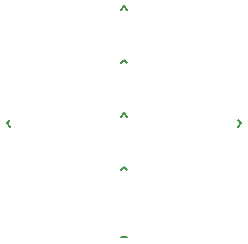
<source format=gbo>
G04 (created by PCBNEW (2013-mar-13)-testing) date Thu 12 Dec 2013 10:03:58 PM CET*
%MOIN*%
G04 Gerber Fmt 3.4, Leading zero omitted, Abs format*
%FSLAX34Y34*%
G01*
G70*
G90*
G04 APERTURE LIST*
%ADD10C,0.005906*%
%ADD11C,0.007874*%
G04 APERTURE END LIST*
G54D10*
G54D11*
X59888Y-35495D02*
X60000Y-35384D01*
X60000Y-35384D02*
X60111Y-35495D01*
X60111Y-37277D02*
X60000Y-37165D01*
X60000Y-37165D02*
X59888Y-37277D01*
X60111Y-39058D02*
X60000Y-38947D01*
X60000Y-38947D02*
X59888Y-39058D01*
X63786Y-37388D02*
X63897Y-37500D01*
X63897Y-37500D02*
X63786Y-37611D01*
X59888Y-41286D02*
X60111Y-41286D01*
X56213Y-37388D02*
X56102Y-37500D01*
X56102Y-37500D02*
X56213Y-37611D01*
X60111Y-33713D02*
X60000Y-33602D01*
X60000Y-33602D02*
X59888Y-33713D01*
M02*

</source>
